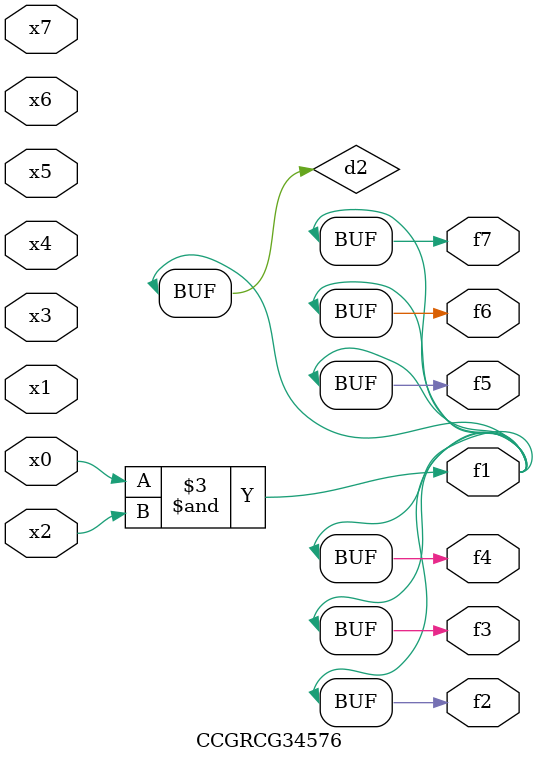
<source format=v>
module CCGRCG34576(
	input x0, x1, x2, x3, x4, x5, x6, x7,
	output f1, f2, f3, f4, f5, f6, f7
);

	wire d1, d2;

	nor (d1, x3, x6);
	and (d2, x0, x2);
	assign f1 = d2;
	assign f2 = d2;
	assign f3 = d2;
	assign f4 = d2;
	assign f5 = d2;
	assign f6 = d2;
	assign f7 = d2;
endmodule

</source>
